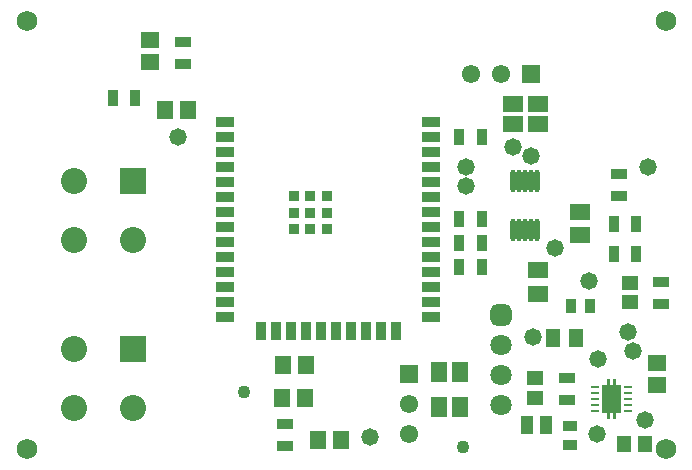
<source format=gts>
G04*
G04 #@! TF.GenerationSoftware,Altium Limited,Altium Designer,25.2.1 (25)*
G04*
G04 Layer_Color=8388736*
%FSLAX44Y44*%
%MOMM*%
G71*
G04*
G04 #@! TF.SameCoordinates,B8EFBEB0-C926-48BE-8793-122A16FBB591*
G04*
G04*
G04 #@! TF.FilePolarity,Negative*
G04*
G01*
G75*
%ADD16R,0.9500X1.4000*%
%ADD17R,1.4000X0.9500*%
%ADD18R,1.4562X1.2546*%
%ADD19R,1.4986X0.8890*%
%ADD20R,0.8890X1.4986*%
%ADD21R,0.8890X0.8890*%
%ADD23R,1.1546X1.3621*%
%ADD24R,0.8081X1.2621*%
%ADD25R,1.5562X1.4546*%
%ADD27R,1.2621X0.8081*%
G04:AMPARAMS|DCode=28|XSize=0.6mm|YSize=0.24mm|CornerRadius=0.0504mm|HoleSize=0mm|Usage=FLASHONLY|Rotation=0.000|XOffset=0mm|YOffset=0mm|HoleType=Round|Shape=RoundedRectangle|*
%AMROUNDEDRECTD28*
21,1,0.6000,0.1392,0,0,0.0*
21,1,0.4992,0.2400,0,0,0.0*
1,1,0.1008,0.2496,-0.0696*
1,1,0.1008,-0.2496,-0.0696*
1,1,0.1008,-0.2496,0.0696*
1,1,0.1008,0.2496,0.0696*
%
%ADD28ROUNDEDRECTD28*%
%ADD31R,0.9500X1.4500*%
%ADD33R,1.3549X1.5562*%
%ADD34R,1.6532X1.4032*%
%ADD35R,1.2532X1.6032*%
%ADD36R,1.0532X1.5532*%
%ADD37C,1.4850*%
%ADD38R,1.6532X1.3532*%
%ADD39O,0.5032X1.9032*%
%ADD40R,1.3532X1.6532*%
%ADD41C,1.7272*%
%ADD42C,1.5500*%
%ADD43R,1.5500X1.5500*%
%ADD44C,1.8032*%
G04:AMPARAMS|DCode=45|XSize=1.8032mm|YSize=1.8032mm|CornerRadius=0.5016mm|HoleSize=0mm|Usage=FLASHONLY|Rotation=270.000|XOffset=0mm|YOffset=0mm|HoleType=Round|Shape=RoundedRectangle|*
%AMROUNDEDRECTD45*
21,1,1.8032,0.8000,0,0,270.0*
21,1,0.8000,1.8032,0,0,270.0*
1,1,1.0032,-0.4000,-0.4000*
1,1,1.0032,-0.4000,0.4000*
1,1,1.0032,0.4000,0.4000*
1,1,1.0032,0.4000,-0.4000*
%
%ADD45ROUNDEDRECTD45*%
%ADD46C,2.2098*%
%ADD47R,2.2098X2.2098*%
%ADD48R,1.5500X1.5500*%
%ADD49C,1.4732*%
%ADD50C,1.0922*%
%ADD51C,0.5000*%
G36*
X507210Y69070D02*
X508710D01*
X508710Y69070D01*
X508809D01*
X508993Y68994D01*
X509134Y68853D01*
X509210Y68669D01*
Y68570D01*
X509210Y64070D01*
X513210D01*
Y64070D01*
X513309D01*
X513493Y63994D01*
X513634Y63853D01*
X513710Y63669D01*
Y63570D01*
X513710Y40570D01*
X513710D01*
X513710Y40470D01*
X513634Y40287D01*
X513493Y40146D01*
X513309Y40070D01*
X513210Y40070D01*
X509210D01*
Y35570D01*
X509210Y35570D01*
X509210Y35470D01*
X509134Y35287D01*
X508993Y35146D01*
X508809Y35070D01*
X508710Y35070D01*
X507210Y35070D01*
X507210D01*
X507110Y35070D01*
X506927Y35146D01*
X506786Y35287D01*
X506710Y35470D01*
X506710Y35570D01*
Y40070D01*
X504210D01*
Y35570D01*
Y35570D01*
X504210Y35470D01*
X504134Y35287D01*
X503993Y35146D01*
X503810Y35070D01*
X503710Y35070D01*
X502210Y35070D01*
X502110Y35070D01*
X501927Y35146D01*
X501786Y35287D01*
X501710Y35470D01*
X501710Y35570D01*
X501710Y40070D01*
X497710D01*
X497611Y40070D01*
X497427Y40146D01*
X497286Y40287D01*
X497210Y40470D01*
X497210Y40570D01*
Y63570D01*
X497210Y63669D01*
X497286Y63853D01*
X497427Y63994D01*
X497611Y64070D01*
X497710Y64070D01*
X501710Y64070D01*
X501710Y68570D01*
X501710Y68670D01*
X501786Y68853D01*
X501927Y68994D01*
X502110Y69070D01*
X502210Y69070D01*
X503710D01*
Y69070D01*
X503809D01*
X503993Y68994D01*
X504134Y68853D01*
X504210Y68669D01*
Y68570D01*
X504210Y64070D01*
X506710D01*
X506710Y68570D01*
X506710Y68670D01*
X506786Y68853D01*
X506927Y68994D01*
X507110Y69070D01*
X507210Y69070D01*
D02*
G37*
D16*
X525780Y200660D02*
D03*
X507280D02*
D03*
Y175260D02*
D03*
X525780D02*
D03*
X83100Y307340D02*
D03*
X101600D02*
D03*
D17*
X547370Y132990D02*
D03*
Y151490D02*
D03*
X511810Y224430D02*
D03*
Y242930D02*
D03*
X228600Y30840D02*
D03*
Y12340D02*
D03*
X142240Y354690D02*
D03*
Y336190D02*
D03*
X467360Y51710D02*
D03*
Y70210D02*
D03*
D18*
X520700Y133982D02*
D03*
Y150498D02*
D03*
X440690Y53340D02*
D03*
Y69856D02*
D03*
D19*
X177800Y287020D02*
D03*
Y274320D02*
D03*
Y261620D02*
D03*
Y248920D02*
D03*
Y236220D02*
D03*
Y223520D02*
D03*
Y210820D02*
D03*
Y198120D02*
D03*
Y185420D02*
D03*
Y172720D02*
D03*
Y160020D02*
D03*
Y147320D02*
D03*
Y134620D02*
D03*
Y121920D02*
D03*
X352800D02*
D03*
Y134620D02*
D03*
Y147320D02*
D03*
Y160020D02*
D03*
Y172720D02*
D03*
Y185420D02*
D03*
Y198120D02*
D03*
Y210820D02*
D03*
Y223520D02*
D03*
Y236220D02*
D03*
Y248920D02*
D03*
Y261620D02*
D03*
Y274320D02*
D03*
Y287020D02*
D03*
D20*
X208150Y109420D02*
D03*
X220850D02*
D03*
X233550D02*
D03*
X246250D02*
D03*
X258950D02*
D03*
X271650D02*
D03*
X284350D02*
D03*
X297050D02*
D03*
X309750D02*
D03*
X322450D02*
D03*
D21*
X236300Y195820D02*
D03*
Y223820D02*
D03*
Y209820D02*
D03*
X264300Y195820D02*
D03*
X250300D02*
D03*
X264300Y209820D02*
D03*
Y223820D02*
D03*
X250300D02*
D03*
Y209820D02*
D03*
D23*
X515884Y13970D02*
D03*
X533400D02*
D03*
D24*
X470770Y130810D02*
D03*
X486810D02*
D03*
D25*
X543560Y82918D02*
D03*
Y64402D02*
D03*
X114300Y356336D02*
D03*
Y337820D02*
D03*
D27*
X469900Y29610D02*
D03*
Y13570D02*
D03*
D28*
X519460Y62070D02*
D03*
Y57070D02*
D03*
Y52070D02*
D03*
Y47070D02*
D03*
Y42070D02*
D03*
X491460D02*
D03*
Y47070D02*
D03*
Y52070D02*
D03*
Y57070D02*
D03*
Y62070D02*
D03*
D31*
X395830Y274320D02*
D03*
X376330D02*
D03*
X395830Y204470D02*
D03*
X376330D02*
D03*
X395830Y184150D02*
D03*
X376330D02*
D03*
X395830Y163830D02*
D03*
X376330D02*
D03*
D33*
X226464Y53340D02*
D03*
X245977D02*
D03*
X246380Y81280D02*
D03*
X226867D02*
D03*
X276457Y17780D02*
D03*
X256943D02*
D03*
X127403Y297180D02*
D03*
X146917D02*
D03*
D34*
X478790Y190820D02*
D03*
Y210820D02*
D03*
X443230Y141130D02*
D03*
Y161130D02*
D03*
D35*
X474980Y104140D02*
D03*
X455980D02*
D03*
D36*
X433710Y30480D02*
D03*
X450210D02*
D03*
D37*
X505460Y52070D02*
D03*
D38*
X421640Y302120D02*
D03*
Y284620D02*
D03*
X443230Y302260D02*
D03*
Y284760D02*
D03*
D39*
X421800Y195400D02*
D03*
X426800D02*
D03*
X431800D02*
D03*
X436800D02*
D03*
X441800D02*
D03*
X421800Y236400D02*
D03*
X426800D02*
D03*
X431800D02*
D03*
X436800D02*
D03*
X441800D02*
D03*
D40*
X359550Y45720D02*
D03*
X377050D02*
D03*
X359410Y74930D02*
D03*
X376910D02*
D03*
D41*
X10160Y372110D02*
D03*
X551180Y10160D02*
D03*
X10160D02*
D03*
X551180Y372110D02*
D03*
D42*
X386080Y327660D02*
D03*
X411480D02*
D03*
X334010Y22860D02*
D03*
Y48260D02*
D03*
D43*
X436880Y327660D02*
D03*
D44*
X411480Y97790D02*
D03*
Y72390D02*
D03*
Y46990D02*
D03*
D45*
Y123190D02*
D03*
D46*
X100330Y186690D02*
D03*
X50330D02*
D03*
Y236690D02*
D03*
X100330Y44450D02*
D03*
X50330D02*
D03*
Y94450D02*
D03*
D47*
X100330Y236690D02*
D03*
Y94450D02*
D03*
D48*
X334010Y73660D02*
D03*
D49*
X300990Y20320D02*
D03*
X457200Y180340D02*
D03*
X486410Y152400D02*
D03*
X519430Y109220D02*
D03*
X535940Y248920D02*
D03*
X492760Y22860D02*
D03*
X494030Y86360D02*
D03*
X523240Y92710D02*
D03*
X533400Y34290D02*
D03*
X138430Y274320D02*
D03*
X438468Y104769D02*
D03*
X436880Y257810D02*
D03*
X421640Y265430D02*
D03*
X382270Y232410D02*
D03*
Y248920D02*
D03*
D50*
X194310Y58420D02*
D03*
X379730Y11430D02*
D03*
D51*
X511210Y52070D02*
D03*
X499710D02*
D03*
X505460Y42570D02*
D03*
Y61570D02*
D03*
M02*

</source>
